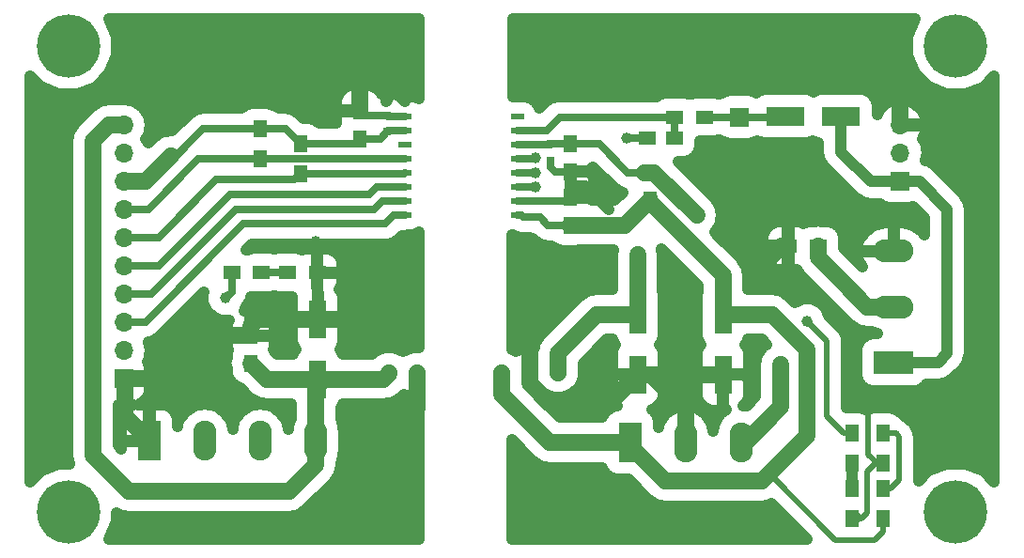
<source format=gtl>
G04 #@! TF.FileFunction,Copper,L1,Top,Signal*
%FSLAX46Y46*%
G04 Gerber Fmt 4.6, Leading zero omitted, Abs format (unit mm)*
G04 Created by KiCad (PCBNEW 4.0.6) date 2017 August 05, Saturday 23:38:27*
%MOMM*%
%LPD*%
G01*
G04 APERTURE LIST*
%ADD10C,0.100000*%
%ADD11R,1.700000X1.700000*%
%ADD12O,1.700000X1.700000*%
%ADD13R,3.600000X2.100000*%
%ADD14O,3.600000X2.100000*%
%ADD15R,1.250000X1.500000*%
%ADD16R,1.500000X1.250000*%
%ADD17R,1.500000X1.300000*%
%ADD18R,3.500000X1.800000*%
%ADD19R,2.100000X3.600000*%
%ADD20O,2.100000X3.600000*%
%ADD21R,1.300000X1.500000*%
%ADD22R,1.143000X0.508000*%
%ADD23R,1.600000X3.500000*%
%ADD24C,1.524000*%
%ADD25C,5.700000*%
%ADD26R,0.750000X0.800000*%
%ADD27C,1.000000*%
%ADD28C,0.700000*%
%ADD29C,1.500000*%
%ADD30C,1.000000*%
%ADD31C,0.500000*%
G04 APERTURE END LIST*
D10*
D11*
X175000000Y-122200000D03*
D12*
X175000000Y-119660000D03*
X175000000Y-117120000D03*
D13*
X174400000Y-138500000D03*
D14*
X174400000Y-133500000D03*
X174400000Y-128500000D03*
D15*
X126300000Y-118350000D03*
X126300000Y-115850000D03*
D16*
X154650000Y-118300000D03*
X152150000Y-118300000D03*
D15*
X152400000Y-121432000D03*
X152400000Y-123932000D03*
X145224500Y-118828500D03*
X145224500Y-121328500D03*
X145224500Y-123654500D03*
X145224500Y-126154500D03*
D17*
X122444500Y-130429000D03*
X119744500Y-130429000D03*
D18*
X169632000Y-116332000D03*
X164632000Y-116332000D03*
D11*
X105000000Y-140000000D03*
D12*
X105000000Y-137460000D03*
X105000000Y-134920000D03*
X105000000Y-132380000D03*
X105000000Y-129840000D03*
X105000000Y-127300000D03*
X105000000Y-124760000D03*
X105000000Y-122220000D03*
X105000000Y-119680000D03*
X105000000Y-117140000D03*
D19*
X107315000Y-145605500D03*
D20*
X112315000Y-145605500D03*
X117315000Y-145605500D03*
X122315000Y-145605500D03*
D19*
X150622000Y-145732500D03*
D20*
X155622000Y-145732500D03*
X160622000Y-145732500D03*
D21*
X117284500Y-117458500D03*
X117284500Y-120158500D03*
D17*
X114728000Y-130429000D03*
X117428000Y-130429000D03*
D21*
X120904000Y-118792000D03*
X120904000Y-121492000D03*
D17*
X157350000Y-116400000D03*
X154650000Y-116400000D03*
X164893000Y-128016000D03*
X167593000Y-128016000D03*
D21*
X170650000Y-144900000D03*
X170650000Y-147600000D03*
X173400000Y-147600000D03*
X173400000Y-144900000D03*
D11*
X160500000Y-116400000D03*
D22*
X130302000Y-116332000D03*
X130302000Y-117602000D03*
X130302000Y-118872000D03*
X130302000Y-120142000D03*
X130302000Y-121412000D03*
X130302000Y-122682000D03*
X130302000Y-123952000D03*
X130302000Y-125222000D03*
X140462000Y-125222000D03*
X140462000Y-123952000D03*
X140462000Y-122682000D03*
X140462000Y-121412000D03*
X140462000Y-120142000D03*
X140462000Y-118872000D03*
X140462000Y-117602000D03*
X140462000Y-116332000D03*
D23*
X122491500Y-140050500D03*
X122491500Y-134650500D03*
D15*
X116459000Y-138600500D03*
X116459000Y-136100500D03*
D23*
X151320500Y-134206000D03*
X151320500Y-139606000D03*
X159004000Y-139606000D03*
X159004000Y-134206000D03*
D21*
X170650000Y-152600000D03*
X170650000Y-149900000D03*
X173400000Y-152600000D03*
X173400000Y-149900000D03*
D24*
X128905000Y-139446000D03*
X131445000Y-139446000D03*
X139065000Y-139446000D03*
X141605000Y-139446000D03*
X144145000Y-139446000D03*
D25*
X100000000Y-110000000D03*
X100000000Y-152000000D03*
X180000000Y-110000000D03*
X180000000Y-152000000D03*
D26*
X128700000Y-117750000D03*
X128700000Y-116250000D03*
X143500000Y-118850000D03*
X143500000Y-120350000D03*
X142400000Y-123950000D03*
X142400000Y-125450000D03*
D27*
X109220000Y-119888000D03*
X114173000Y-132715000D03*
X129400000Y-131300000D03*
X129400000Y-134800000D03*
X128800000Y-145300000D03*
X128800000Y-147700000D03*
X126300000Y-113300000D03*
X122300000Y-127600000D03*
X122400000Y-116300000D03*
X169700000Y-131200000D03*
X142100000Y-122700000D03*
X151300000Y-128800000D03*
X166600000Y-134800000D03*
X156654500Y-125285500D03*
X164211000Y-138684000D03*
X148600000Y-112800000D03*
X175000000Y-113800000D03*
X178900000Y-117100000D03*
X150300000Y-114300000D03*
X151900000Y-112700000D03*
X156500000Y-141800000D03*
X154700000Y-141800000D03*
X150300000Y-118300000D03*
X172100000Y-142200000D03*
X142900000Y-152000000D03*
X143000000Y-134100000D03*
X148700000Y-124700000D03*
X162915600Y-129387600D03*
X141668500Y-135763000D03*
X142100000Y-120100000D03*
X142100000Y-121400000D03*
D28*
X126300000Y-118350000D02*
X128100000Y-118350000D01*
X128100000Y-118350000D02*
X128700000Y-117750000D01*
X120904000Y-118792000D02*
X125858000Y-118792000D01*
X125858000Y-118792000D02*
X126300000Y-118350000D01*
X130302000Y-117602000D02*
X128848000Y-117602000D01*
X128848000Y-117602000D02*
X128700000Y-117750000D01*
X114728000Y-130429000D02*
X114728000Y-132160000D01*
X114728000Y-132160000D02*
X114173000Y-132715000D01*
D29*
X105092500Y-122174000D02*
X106934000Y-122174000D01*
X106934000Y-122174000D02*
X109220000Y-119888000D01*
D28*
X105092500Y-122174000D02*
X107442000Y-122174000D01*
X112157500Y-117458500D02*
X117284500Y-117458500D01*
X107442000Y-122174000D02*
X112157500Y-117458500D01*
X117284500Y-117458500D02*
X119570500Y-117458500D01*
X119570500Y-117458500D02*
X120904000Y-118792000D01*
D29*
X129400000Y-134800000D02*
X129400000Y-131300000D01*
X129316500Y-134716500D02*
X129316500Y-134650500D01*
X129400000Y-134800000D02*
X129316500Y-134716500D01*
X131445000Y-139446000D02*
X131445000Y-142655000D01*
X131445000Y-142655000D02*
X128800000Y-145300000D01*
X128800000Y-150400000D02*
X128800000Y-147700000D01*
X126300000Y-113300000D02*
X126300000Y-115850000D01*
D28*
X126300000Y-115850000D02*
X122850000Y-115850000D01*
X122444500Y-127744500D02*
X122444500Y-130429000D01*
X122300000Y-127600000D02*
X122444500Y-127744500D01*
X122850000Y-115850000D02*
X122400000Y-116300000D01*
X128700000Y-116250000D02*
X126700000Y-116250000D01*
X126700000Y-116250000D02*
X126300000Y-115850000D01*
X130302000Y-116332000D02*
X128782000Y-116332000D01*
X128782000Y-116332000D02*
X128700000Y-116250000D01*
X122444500Y-130429000D02*
X122444500Y-134603500D01*
X122444500Y-134603500D02*
X122491500Y-134650500D01*
D29*
X116459000Y-136100500D02*
X110914500Y-136100500D01*
X107061000Y-139954000D02*
X105092500Y-139954000D01*
X110914500Y-136100500D02*
X107061000Y-139954000D01*
X122491500Y-134650500D02*
X129316500Y-134650500D01*
X116459000Y-136100500D02*
X116459000Y-135255000D01*
X117063500Y-134650500D02*
X122491500Y-134650500D01*
X116459000Y-135255000D02*
X117063500Y-134650500D01*
X105092500Y-139954000D02*
X105092500Y-143383000D01*
X105092500Y-143383000D02*
X107315000Y-145605500D01*
X102235000Y-142049500D02*
X102235000Y-146939000D01*
X103695500Y-117094000D02*
X102235000Y-118554500D01*
X102235000Y-118554500D02*
X102235000Y-142049500D01*
X105092500Y-117094000D02*
X103695500Y-117094000D01*
X122315000Y-147750500D02*
X122315000Y-145605500D01*
X119888000Y-150177500D02*
X122315000Y-147750500D01*
X105473500Y-150177500D02*
X119888000Y-150177500D01*
X102235000Y-146939000D02*
X105473500Y-150177500D01*
X122315000Y-145605500D02*
X122315000Y-140227000D01*
X122315000Y-140227000D02*
X122491500Y-140050500D01*
X122491500Y-140050500D02*
X117909000Y-140050500D01*
X117909000Y-140050500D02*
X116459000Y-138600500D01*
X128905000Y-139446000D02*
X128905000Y-139573000D01*
X128905000Y-139573000D02*
X128427500Y-140050500D01*
X128427500Y-140050500D02*
X122491500Y-140050500D01*
D30*
X116459000Y-138600500D02*
X116459000Y-138747500D01*
X122315000Y-140227000D02*
X122491500Y-140050500D01*
X122966500Y-140525500D02*
X122491500Y-140050500D01*
D28*
X119744500Y-130429000D02*
X117428000Y-130429000D01*
D30*
X175000000Y-122200000D02*
X176700000Y-122200000D01*
X178400000Y-138500000D02*
X174400000Y-138500000D01*
X179200000Y-137700000D02*
X178400000Y-138500000D01*
X179200000Y-124700000D02*
X179200000Y-137700000D01*
X176700000Y-122200000D02*
X179200000Y-124700000D01*
X175000000Y-122200000D02*
X172300000Y-122200000D01*
X169632000Y-119532000D02*
X169632000Y-116332000D01*
X172300000Y-122200000D02*
X169632000Y-119532000D01*
D28*
X160500000Y-116400000D02*
X164564000Y-116400000D01*
X164564000Y-116400000D02*
X164632000Y-116332000D01*
X157350000Y-116400000D02*
X160500000Y-116400000D01*
D30*
X170627500Y-149802500D02*
X170627500Y-147422500D01*
D31*
X173400000Y-149900000D02*
X174100000Y-149900000D01*
X174600000Y-144900000D02*
X173400000Y-144900000D01*
X174900000Y-145200000D02*
X174600000Y-144900000D01*
X174900000Y-149100000D02*
X174900000Y-145200000D01*
X174100000Y-149900000D02*
X174900000Y-149100000D01*
D28*
X130302000Y-123952000D02*
X128333500Y-123952000D01*
X107505500Y-132334000D02*
X105092500Y-132334000D01*
X115062000Y-124777500D02*
X107505500Y-132334000D01*
X127508000Y-124777500D02*
X115062000Y-124777500D01*
X128333500Y-123952000D02*
X127508000Y-124777500D01*
X105092500Y-129794000D02*
X108140500Y-129794000D01*
X127825500Y-122682000D02*
X130302000Y-122682000D01*
X127127000Y-123380500D02*
X127825500Y-122682000D01*
X114554000Y-123380500D02*
X127127000Y-123380500D01*
X108140500Y-129794000D02*
X114554000Y-123380500D01*
X105092500Y-127254000D02*
X108140500Y-127254000D01*
X113347500Y-122047000D02*
X120349000Y-122047000D01*
X108140500Y-127254000D02*
X113347500Y-122047000D01*
X120349000Y-122047000D02*
X120904000Y-121492000D01*
X120904000Y-121492000D02*
X130222000Y-121492000D01*
X130222000Y-121492000D02*
X130302000Y-121412000D01*
X105092500Y-124714000D02*
X107188000Y-124714000D01*
X111743500Y-120158500D02*
X117284500Y-120158500D01*
X107188000Y-124714000D02*
X111743500Y-120158500D01*
X117284500Y-120158500D02*
X130285500Y-120158500D01*
X130285500Y-120158500D02*
X130302000Y-120142000D01*
D29*
X167593000Y-128016000D02*
X167593000Y-129093000D01*
X167593000Y-129093000D02*
X169700000Y-131200000D01*
X174400000Y-133500000D02*
X172000000Y-133500000D01*
X172000000Y-133500000D02*
X169700000Y-131200000D01*
D28*
X140462000Y-122682000D02*
X142082000Y-122682000D01*
X142082000Y-122682000D02*
X142100000Y-122700000D01*
D29*
X151320500Y-134206000D02*
X151320500Y-128820500D01*
X151320500Y-128820500D02*
X151300000Y-128800000D01*
D28*
X145224500Y-118828500D02*
X147828500Y-118828500D01*
X150432000Y-121432000D02*
X152400000Y-121432000D01*
X147828500Y-118828500D02*
X150432000Y-121432000D01*
D31*
X170650000Y-144900000D02*
X169900000Y-144900000D01*
X168400000Y-136600000D02*
X166600000Y-134800000D01*
X168400000Y-143400000D02*
X168400000Y-136600000D01*
X169900000Y-144900000D02*
X168400000Y-143400000D01*
D28*
X143500000Y-118850000D02*
X145203000Y-118850000D01*
X145203000Y-118850000D02*
X145224500Y-118828500D01*
X140462000Y-118872000D02*
X143478000Y-118872000D01*
X143478000Y-118872000D02*
X143500000Y-118850000D01*
D29*
X152400000Y-121432000D02*
X152801000Y-121432000D01*
X152801000Y-121432000D02*
X156654500Y-125285500D01*
X151912000Y-121432000D02*
X152400000Y-121432000D01*
D28*
X145181000Y-118872000D02*
X145224500Y-118828500D01*
D29*
X160622000Y-145732500D02*
X161036000Y-145732500D01*
X161036000Y-145732500D02*
X164211000Y-142557500D01*
X164211000Y-142557500D02*
X164211000Y-138684000D01*
X151320500Y-133032500D02*
X151320500Y-134206000D01*
X144145000Y-139446000D02*
X144145000Y-137668000D01*
X147607000Y-134206000D02*
X151320500Y-134206000D01*
X144145000Y-137668000D02*
X147607000Y-134206000D01*
X175000000Y-117120000D02*
X175000000Y-113800000D01*
X178900000Y-117120000D02*
X179120000Y-117120000D01*
X178900000Y-117100000D02*
X178900000Y-117120000D01*
X151900000Y-112700000D02*
X150300000Y-114300000D01*
X154700000Y-141800000D02*
X154727000Y-141773000D01*
X154727000Y-141773000D02*
X154700000Y-141800000D01*
X154700000Y-141800000D02*
X154700000Y-141746000D01*
D28*
X152150000Y-118300000D02*
X150300000Y-118300000D01*
D31*
X172100000Y-146800000D02*
X172100000Y-142200000D01*
X172100000Y-146800000D02*
X172900000Y-147600000D01*
D29*
X179700000Y-142200000D02*
X172100000Y-142200000D01*
X181700000Y-140200000D02*
X179700000Y-142200000D01*
X181700000Y-119700000D02*
X181700000Y-140200000D01*
X179120000Y-117120000D02*
X181700000Y-119700000D01*
D31*
X173400000Y-147600000D02*
X172900000Y-147600000D01*
X173400000Y-147600000D02*
X172800000Y-147600000D01*
D30*
X145224500Y-122600000D02*
X146600000Y-122600000D01*
X146600000Y-122600000D02*
X148700000Y-124700000D01*
X145224500Y-123654500D02*
X145224500Y-122600000D01*
X145224500Y-122600000D02*
X145224500Y-121328500D01*
D28*
X142400000Y-123950000D02*
X144929000Y-123950000D01*
X144929000Y-123950000D02*
X145224500Y-123654500D01*
X143500000Y-120350000D02*
X143500000Y-120900000D01*
X143500000Y-120900000D02*
X143928500Y-121328500D01*
X143928500Y-121328500D02*
X145224500Y-121328500D01*
X140462000Y-123952000D02*
X142398000Y-123952000D01*
X142398000Y-123952000D02*
X142400000Y-123950000D01*
D31*
X164287200Y-128016000D02*
X164893000Y-128016000D01*
X170650000Y-152600000D02*
X171500000Y-152600000D01*
X171500000Y-152600000D02*
X172000000Y-152100000D01*
X172000000Y-152100000D02*
X172000000Y-148400000D01*
X172000000Y-148400000D02*
X172800000Y-147600000D01*
D29*
X164893000Y-128016000D02*
X164287200Y-128016000D01*
X164287200Y-128016000D02*
X162915600Y-129387600D01*
X141605000Y-139446000D02*
X141605000Y-135826500D01*
X141605000Y-135826500D02*
X141668500Y-135763000D01*
D30*
X170627500Y-152502500D02*
X170992000Y-152502500D01*
D29*
X151320500Y-139606000D02*
X152560000Y-139606000D01*
X155622000Y-142668000D02*
X155622000Y-145732500D01*
X152560000Y-139606000D02*
X154700000Y-141746000D01*
X154700000Y-141746000D02*
X155622000Y-142668000D01*
X151320500Y-139606000D02*
X159004000Y-139606000D01*
X141605000Y-139446000D02*
X141605000Y-140398500D01*
X141605000Y-140398500D02*
X143573500Y-142367000D01*
X143573500Y-142367000D02*
X148559500Y-142367000D01*
X148559500Y-142367000D02*
X151320500Y-139606000D01*
D28*
X144927000Y-123952000D02*
X145224500Y-123654500D01*
D31*
X173400000Y-152600000D02*
X173400000Y-153800000D01*
X169100000Y-154500000D02*
X163160750Y-148560750D01*
X172700000Y-154500000D02*
X169100000Y-154500000D01*
X173400000Y-153800000D02*
X172700000Y-154500000D01*
D28*
X142400000Y-125450000D02*
X142550000Y-125450000D01*
X142550000Y-125450000D02*
X143254500Y-126154500D01*
X143254500Y-126154500D02*
X145224500Y-126154500D01*
X140462000Y-125222000D02*
X140822000Y-125222000D01*
X140822000Y-125222000D02*
X141050000Y-125450000D01*
X141050000Y-125450000D02*
X142400000Y-125450000D01*
D29*
X152400000Y-123932000D02*
X152400000Y-124079000D01*
X152400000Y-124079000D02*
X159004000Y-130683000D01*
X159004000Y-130683000D02*
X159004000Y-134206000D01*
X147447000Y-126154500D02*
X150177500Y-126154500D01*
X150177500Y-126154500D02*
X152400000Y-123932000D01*
X150622000Y-145732500D02*
X150622000Y-146050000D01*
X150622000Y-146050000D02*
X153797000Y-149225000D01*
X163416000Y-134206000D02*
X159004000Y-134206000D01*
X166560500Y-137350500D02*
X163416000Y-134206000D01*
X166560500Y-145161000D02*
X166560500Y-137350500D01*
X162496500Y-149225000D02*
X163160750Y-148560750D01*
X163160750Y-148560750D02*
X166560500Y-145161000D01*
X153797000Y-149225000D02*
X162496500Y-149225000D01*
X139065000Y-139446000D02*
X139065000Y-141414500D01*
X143383000Y-145732500D02*
X150622000Y-145732500D01*
X139065000Y-141414500D02*
X143383000Y-145732500D01*
X145224500Y-126154500D02*
X147447000Y-126154500D01*
D28*
X105092500Y-134874000D02*
X106934000Y-134874000D01*
X129349500Y-125222000D02*
X130302000Y-125222000D01*
X128524000Y-126047500D02*
X129349500Y-125222000D01*
X115760500Y-126047500D02*
X128524000Y-126047500D01*
X106934000Y-134874000D02*
X115760500Y-126047500D01*
X140462000Y-120142000D02*
X142058000Y-120142000D01*
X142058000Y-120142000D02*
X142100000Y-120100000D01*
X140462000Y-121412000D02*
X142088000Y-121412000D01*
X142088000Y-121412000D02*
X142100000Y-121400000D01*
X154650000Y-118300000D02*
X154650000Y-116400000D01*
X140462000Y-117602000D02*
X143098000Y-117602000D01*
X144300000Y-116400000D02*
X154650000Y-116400000D01*
X143098000Y-117602000D02*
X144300000Y-116400000D01*
D30*
G36*
X141792010Y-147323490D02*
X142521962Y-147811229D01*
X143383000Y-147982500D01*
X148127287Y-147982500D01*
X148147207Y-148088367D01*
X148475724Y-148598896D01*
X148976983Y-148941392D01*
X149572000Y-149061886D01*
X150451906Y-149061886D01*
X152206010Y-150815990D01*
X152935962Y-151303729D01*
X153797000Y-151475000D01*
X162496500Y-151475000D01*
X163357538Y-151303729D01*
X163400289Y-151275163D01*
X166575126Y-154450000D01*
X139956010Y-154450000D01*
X139979988Y-145511468D01*
X141792010Y-147323490D01*
X141792010Y-147323490D01*
G37*
X141792010Y-147323490D02*
X142521962Y-147811229D01*
X143383000Y-147982500D01*
X148127287Y-147982500D01*
X148147207Y-148088367D01*
X148475724Y-148598896D01*
X148976983Y-148941392D01*
X149572000Y-149061886D01*
X150451906Y-149061886D01*
X152206010Y-150815990D01*
X152935962Y-151303729D01*
X153797000Y-151475000D01*
X162496500Y-151475000D01*
X163357538Y-151303729D01*
X163400289Y-151275163D01*
X166575126Y-154450000D01*
X139956010Y-154450000D01*
X139979988Y-145511468D01*
X141792010Y-147323490D01*
G36*
X170700000Y-152550000D02*
X170720000Y-152550000D01*
X170720000Y-152650000D01*
X170700000Y-152650000D01*
X170700000Y-152670000D01*
X170600000Y-152670000D01*
X170600000Y-152650000D01*
X170580000Y-152650000D01*
X170580000Y-152550000D01*
X170600000Y-152550000D01*
X170600000Y-152530000D01*
X170700000Y-152530000D01*
X170700000Y-152550000D01*
X170700000Y-152550000D01*
G37*
X170700000Y-152550000D02*
X170720000Y-152550000D01*
X170720000Y-152650000D01*
X170700000Y-152650000D01*
X170700000Y-152670000D01*
X170600000Y-152670000D01*
X170600000Y-152650000D01*
X170580000Y-152650000D01*
X170580000Y-152550000D01*
X170600000Y-152550000D01*
X170600000Y-152530000D01*
X170700000Y-152530000D01*
X170700000Y-152550000D01*
G36*
X175650756Y-109130935D02*
X175649246Y-110861472D01*
X176310099Y-112460858D01*
X177532705Y-113685601D01*
X179130935Y-114349244D01*
X180861472Y-114350754D01*
X182460858Y-113689901D01*
X183450000Y-112702485D01*
X183450000Y-149298822D01*
X182467295Y-148314399D01*
X180869065Y-147650756D01*
X179138528Y-147649246D01*
X177539142Y-148310099D01*
X176625754Y-149221893D01*
X176650000Y-149100000D01*
X176650000Y-145200000D01*
X176516789Y-144530304D01*
X176137437Y-143962563D01*
X175837437Y-143662563D01*
X175278509Y-143289100D01*
X175146276Y-143083604D01*
X174645017Y-142741108D01*
X174050000Y-142620614D01*
X172750000Y-142620614D01*
X172194133Y-142725207D01*
X172028105Y-142832043D01*
X171895017Y-142741108D01*
X171300000Y-142620614D01*
X170150000Y-142620614D01*
X170150000Y-136600000D01*
X170016789Y-135930304D01*
X169637437Y-135362563D01*
X168545108Y-134270234D01*
X168296506Y-133668571D01*
X167734388Y-133105471D01*
X166999570Y-132800348D01*
X166203921Y-132799654D01*
X165487608Y-133095628D01*
X165006990Y-132615010D01*
X164277038Y-132127271D01*
X163416000Y-131956000D01*
X161254000Y-131956000D01*
X161254000Y-130683000D01*
X161082729Y-129821962D01*
X160940439Y-129609010D01*
X160594990Y-129092009D01*
X159943981Y-128441000D01*
X162643000Y-128441000D01*
X162643000Y-128964368D01*
X162871361Y-129515681D01*
X163293318Y-129937638D01*
X163844631Y-130166000D01*
X164468000Y-130166000D01*
X164843000Y-129791000D01*
X164843000Y-128066000D01*
X163018000Y-128066000D01*
X162643000Y-128441000D01*
X159943981Y-128441000D01*
X158570613Y-127067632D01*
X162643000Y-127067632D01*
X162643000Y-127591000D01*
X163018000Y-127966000D01*
X164843000Y-127966000D01*
X164843000Y-126241000D01*
X164468000Y-125866000D01*
X163844631Y-125866000D01*
X163293318Y-126094362D01*
X162871361Y-126516319D01*
X162643000Y-127067632D01*
X158570613Y-127067632D01*
X158299155Y-126796175D01*
X158733229Y-126146538D01*
X158904500Y-125285500D01*
X158733229Y-124424462D01*
X158245490Y-123694510D01*
X155005366Y-120454386D01*
X155400000Y-120454386D01*
X155955867Y-120349793D01*
X156466396Y-120021276D01*
X156808892Y-119520017D01*
X156929386Y-118925000D01*
X156929386Y-118579386D01*
X158100000Y-118579386D01*
X158655867Y-118474793D01*
X158722651Y-118431819D01*
X159054983Y-118658892D01*
X159650000Y-118779386D01*
X161350000Y-118779386D01*
X161905867Y-118674793D01*
X162127691Y-118532053D01*
X162286983Y-118640892D01*
X162882000Y-118761386D01*
X166382000Y-118761386D01*
X166937867Y-118656793D01*
X167129645Y-118533387D01*
X167286983Y-118640892D01*
X167632000Y-118710760D01*
X167632000Y-119531995D01*
X167631999Y-119532000D01*
X167784241Y-120297367D01*
X168217786Y-120946214D01*
X170885784Y-123614211D01*
X170885786Y-123614214D01*
X171466150Y-124002000D01*
X171534633Y-124047759D01*
X172300000Y-124200001D01*
X172300005Y-124200000D01*
X173176082Y-124200000D01*
X173554983Y-124458892D01*
X174150000Y-124579386D01*
X175850000Y-124579386D01*
X176187461Y-124515889D01*
X177200000Y-125528427D01*
X177200000Y-127062642D01*
X176988478Y-126732233D01*
X176172037Y-126163241D01*
X175200000Y-125950000D01*
X174450000Y-125950000D01*
X174450000Y-128450000D01*
X174470000Y-128450000D01*
X174470000Y-128550000D01*
X174450000Y-128550000D01*
X174450000Y-128570000D01*
X174350000Y-128570000D01*
X174350000Y-128550000D01*
X171475575Y-128550000D01*
X171139700Y-128948216D01*
X171274973Y-129429649D01*
X171565593Y-129883613D01*
X169872386Y-128190406D01*
X169872386Y-128051784D01*
X171139700Y-128051784D01*
X171475575Y-128450000D01*
X174350000Y-128450000D01*
X174350000Y-125950000D01*
X173600000Y-125950000D01*
X172627963Y-126163241D01*
X171811522Y-126732233D01*
X171274973Y-127570351D01*
X171139700Y-128051784D01*
X169872386Y-128051784D01*
X169872386Y-127366000D01*
X169767793Y-126810133D01*
X169439276Y-126299604D01*
X168938017Y-125957108D01*
X168343000Y-125836614D01*
X167948001Y-125836614D01*
X167593000Y-125766000D01*
X167237999Y-125836614D01*
X166843000Y-125836614D01*
X166287133Y-125941207D01*
X166222830Y-125982585D01*
X165941369Y-125866000D01*
X165318000Y-125866000D01*
X164943000Y-126241000D01*
X164943000Y-127966000D01*
X164963000Y-127966000D01*
X164963000Y-128066000D01*
X164943000Y-128066000D01*
X164943000Y-129791000D01*
X165318000Y-130166000D01*
X165655900Y-130166000D01*
X166002010Y-130683990D01*
X170409010Y-135090990D01*
X171138962Y-135578729D01*
X172000000Y-135750000D01*
X172451026Y-135750000D01*
X172609506Y-135855893D01*
X172934881Y-135920614D01*
X172600000Y-135920614D01*
X172044133Y-136025207D01*
X171533604Y-136353724D01*
X171191108Y-136854983D01*
X171070614Y-137450000D01*
X171070614Y-139550000D01*
X171175207Y-140105867D01*
X171503724Y-140616396D01*
X172004983Y-140958892D01*
X172600000Y-141079386D01*
X176200000Y-141079386D01*
X176755867Y-140974793D01*
X177266396Y-140646276D01*
X177366342Y-140500000D01*
X178399995Y-140500000D01*
X178400000Y-140500001D01*
X179165367Y-140347759D01*
X179814214Y-139914214D01*
X180614211Y-139114216D01*
X180614214Y-139114214D01*
X181047759Y-138465367D01*
X181083750Y-138284430D01*
X181200001Y-137700000D01*
X181200000Y-137699995D01*
X181200000Y-124700005D01*
X181200001Y-124700000D01*
X181047759Y-123934633D01*
X181005725Y-123871724D01*
X180614214Y-123285786D01*
X180614211Y-123285784D01*
X178114214Y-120785786D01*
X177465367Y-120352241D01*
X177266223Y-120312629D01*
X177396039Y-119660000D01*
X177217156Y-118760694D01*
X176964258Y-118382205D01*
X177296226Y-117619855D01*
X177312720Y-117536922D01*
X176974367Y-117170000D01*
X175050000Y-117170000D01*
X175050000Y-117190000D01*
X174950000Y-117190000D01*
X174950000Y-117170000D01*
X174930000Y-117170000D01*
X174930000Y-117070000D01*
X174950000Y-117070000D01*
X174950000Y-115145530D01*
X175050000Y-115145530D01*
X175050000Y-117070000D01*
X176974367Y-117070000D01*
X177312720Y-116703078D01*
X177296226Y-116620145D01*
X176930150Y-115779467D01*
X176270226Y-115142873D01*
X175416922Y-114807278D01*
X175050000Y-115145530D01*
X174950000Y-115145530D01*
X174583078Y-114807278D01*
X173729774Y-115142873D01*
X173069850Y-115779467D01*
X172911386Y-116143373D01*
X172911386Y-115432000D01*
X172806793Y-114876133D01*
X172478276Y-114365604D01*
X171977017Y-114023108D01*
X171382000Y-113902614D01*
X167882000Y-113902614D01*
X167326133Y-114007207D01*
X167134355Y-114130613D01*
X166977017Y-114023108D01*
X166382000Y-113902614D01*
X162882000Y-113902614D01*
X162326133Y-114007207D01*
X162028937Y-114198448D01*
X161945017Y-114141108D01*
X161350000Y-114020614D01*
X159650000Y-114020614D01*
X159094133Y-114125207D01*
X158725862Y-114362183D01*
X158695017Y-114341108D01*
X158100000Y-114220614D01*
X156600000Y-114220614D01*
X156044133Y-114325207D01*
X156006854Y-114349196D01*
X155995017Y-114341108D01*
X155400000Y-114220614D01*
X153900000Y-114220614D01*
X153344133Y-114325207D01*
X152994795Y-114550000D01*
X144300005Y-114550000D01*
X144300000Y-114549999D01*
X143628328Y-114683604D01*
X143592036Y-114690823D01*
X142991852Y-115091852D01*
X142991850Y-115091855D01*
X142474649Y-115609056D01*
X142458293Y-115522133D01*
X142129776Y-115011604D01*
X141628517Y-114669108D01*
X141033500Y-114548614D01*
X140063046Y-114548614D01*
X140081820Y-107550000D01*
X176307217Y-107550000D01*
X175650756Y-109130935D01*
X175650756Y-109130935D01*
G37*
X175650756Y-109130935D02*
X175649246Y-110861472D01*
X176310099Y-112460858D01*
X177532705Y-113685601D01*
X179130935Y-114349244D01*
X180861472Y-114350754D01*
X182460858Y-113689901D01*
X183450000Y-112702485D01*
X183450000Y-149298822D01*
X182467295Y-148314399D01*
X180869065Y-147650756D01*
X179138528Y-147649246D01*
X177539142Y-148310099D01*
X176625754Y-149221893D01*
X176650000Y-149100000D01*
X176650000Y-145200000D01*
X176516789Y-144530304D01*
X176137437Y-143962563D01*
X175837437Y-143662563D01*
X175278509Y-143289100D01*
X175146276Y-143083604D01*
X174645017Y-142741108D01*
X174050000Y-142620614D01*
X172750000Y-142620614D01*
X172194133Y-142725207D01*
X172028105Y-142832043D01*
X171895017Y-142741108D01*
X171300000Y-142620614D01*
X170150000Y-142620614D01*
X170150000Y-136600000D01*
X170016789Y-135930304D01*
X169637437Y-135362563D01*
X168545108Y-134270234D01*
X168296506Y-133668571D01*
X167734388Y-133105471D01*
X166999570Y-132800348D01*
X166203921Y-132799654D01*
X165487608Y-133095628D01*
X165006990Y-132615010D01*
X164277038Y-132127271D01*
X163416000Y-131956000D01*
X161254000Y-131956000D01*
X161254000Y-130683000D01*
X161082729Y-129821962D01*
X160940439Y-129609010D01*
X160594990Y-129092009D01*
X159943981Y-128441000D01*
X162643000Y-128441000D01*
X162643000Y-128964368D01*
X162871361Y-129515681D01*
X163293318Y-129937638D01*
X163844631Y-130166000D01*
X164468000Y-130166000D01*
X164843000Y-129791000D01*
X164843000Y-128066000D01*
X163018000Y-128066000D01*
X162643000Y-128441000D01*
X159943981Y-128441000D01*
X158570613Y-127067632D01*
X162643000Y-127067632D01*
X162643000Y-127591000D01*
X163018000Y-127966000D01*
X164843000Y-127966000D01*
X164843000Y-126241000D01*
X164468000Y-125866000D01*
X163844631Y-125866000D01*
X163293318Y-126094362D01*
X162871361Y-126516319D01*
X162643000Y-127067632D01*
X158570613Y-127067632D01*
X158299155Y-126796175D01*
X158733229Y-126146538D01*
X158904500Y-125285500D01*
X158733229Y-124424462D01*
X158245490Y-123694510D01*
X155005366Y-120454386D01*
X155400000Y-120454386D01*
X155955867Y-120349793D01*
X156466396Y-120021276D01*
X156808892Y-119520017D01*
X156929386Y-118925000D01*
X156929386Y-118579386D01*
X158100000Y-118579386D01*
X158655867Y-118474793D01*
X158722651Y-118431819D01*
X159054983Y-118658892D01*
X159650000Y-118779386D01*
X161350000Y-118779386D01*
X161905867Y-118674793D01*
X162127691Y-118532053D01*
X162286983Y-118640892D01*
X162882000Y-118761386D01*
X166382000Y-118761386D01*
X166937867Y-118656793D01*
X167129645Y-118533387D01*
X167286983Y-118640892D01*
X167632000Y-118710760D01*
X167632000Y-119531995D01*
X167631999Y-119532000D01*
X167784241Y-120297367D01*
X168217786Y-120946214D01*
X170885784Y-123614211D01*
X170885786Y-123614214D01*
X171466150Y-124002000D01*
X171534633Y-124047759D01*
X172300000Y-124200001D01*
X172300005Y-124200000D01*
X173176082Y-124200000D01*
X173554983Y-124458892D01*
X174150000Y-124579386D01*
X175850000Y-124579386D01*
X176187461Y-124515889D01*
X177200000Y-125528427D01*
X177200000Y-127062642D01*
X176988478Y-126732233D01*
X176172037Y-126163241D01*
X175200000Y-125950000D01*
X174450000Y-125950000D01*
X174450000Y-128450000D01*
X174470000Y-128450000D01*
X174470000Y-128550000D01*
X174450000Y-128550000D01*
X174450000Y-128570000D01*
X174350000Y-128570000D01*
X174350000Y-128550000D01*
X171475575Y-128550000D01*
X171139700Y-128948216D01*
X171274973Y-129429649D01*
X171565593Y-129883613D01*
X169872386Y-128190406D01*
X169872386Y-128051784D01*
X171139700Y-128051784D01*
X171475575Y-128450000D01*
X174350000Y-128450000D01*
X174350000Y-125950000D01*
X173600000Y-125950000D01*
X172627963Y-126163241D01*
X171811522Y-126732233D01*
X171274973Y-127570351D01*
X171139700Y-128051784D01*
X169872386Y-128051784D01*
X169872386Y-127366000D01*
X169767793Y-126810133D01*
X169439276Y-126299604D01*
X168938017Y-125957108D01*
X168343000Y-125836614D01*
X167948001Y-125836614D01*
X167593000Y-125766000D01*
X167237999Y-125836614D01*
X166843000Y-125836614D01*
X166287133Y-125941207D01*
X166222830Y-125982585D01*
X165941369Y-125866000D01*
X165318000Y-125866000D01*
X164943000Y-126241000D01*
X164943000Y-127966000D01*
X164963000Y-127966000D01*
X164963000Y-128066000D01*
X164943000Y-128066000D01*
X164943000Y-129791000D01*
X165318000Y-130166000D01*
X165655900Y-130166000D01*
X166002010Y-130683990D01*
X170409010Y-135090990D01*
X171138962Y-135578729D01*
X172000000Y-135750000D01*
X172451026Y-135750000D01*
X172609506Y-135855893D01*
X172934881Y-135920614D01*
X172600000Y-135920614D01*
X172044133Y-136025207D01*
X171533604Y-136353724D01*
X171191108Y-136854983D01*
X171070614Y-137450000D01*
X171070614Y-139550000D01*
X171175207Y-140105867D01*
X171503724Y-140616396D01*
X172004983Y-140958892D01*
X172600000Y-141079386D01*
X176200000Y-141079386D01*
X176755867Y-140974793D01*
X177266396Y-140646276D01*
X177366342Y-140500000D01*
X178399995Y-140500000D01*
X178400000Y-140500001D01*
X179165367Y-140347759D01*
X179814214Y-139914214D01*
X180614211Y-139114216D01*
X180614214Y-139114214D01*
X181047759Y-138465367D01*
X181083750Y-138284430D01*
X181200001Y-137700000D01*
X181200000Y-137699995D01*
X181200000Y-124700005D01*
X181200001Y-124700000D01*
X181047759Y-123934633D01*
X181005725Y-123871724D01*
X180614214Y-123285786D01*
X180614211Y-123285784D01*
X178114214Y-120785786D01*
X177465367Y-120352241D01*
X177266223Y-120312629D01*
X177396039Y-119660000D01*
X177217156Y-118760694D01*
X176964258Y-118382205D01*
X177296226Y-117619855D01*
X177312720Y-117536922D01*
X176974367Y-117170000D01*
X175050000Y-117170000D01*
X175050000Y-117190000D01*
X174950000Y-117190000D01*
X174950000Y-117170000D01*
X174930000Y-117170000D01*
X174930000Y-117070000D01*
X174950000Y-117070000D01*
X174950000Y-115145530D01*
X175050000Y-115145530D01*
X175050000Y-117070000D01*
X176974367Y-117070000D01*
X177312720Y-116703078D01*
X177296226Y-116620145D01*
X176930150Y-115779467D01*
X176270226Y-115142873D01*
X175416922Y-114807278D01*
X175050000Y-115145530D01*
X174950000Y-115145530D01*
X174583078Y-114807278D01*
X173729774Y-115142873D01*
X173069850Y-115779467D01*
X172911386Y-116143373D01*
X172911386Y-115432000D01*
X172806793Y-114876133D01*
X172478276Y-114365604D01*
X171977017Y-114023108D01*
X171382000Y-113902614D01*
X167882000Y-113902614D01*
X167326133Y-114007207D01*
X167134355Y-114130613D01*
X166977017Y-114023108D01*
X166382000Y-113902614D01*
X162882000Y-113902614D01*
X162326133Y-114007207D01*
X162028937Y-114198448D01*
X161945017Y-114141108D01*
X161350000Y-114020614D01*
X159650000Y-114020614D01*
X159094133Y-114125207D01*
X158725862Y-114362183D01*
X158695017Y-114341108D01*
X158100000Y-114220614D01*
X156600000Y-114220614D01*
X156044133Y-114325207D01*
X156006854Y-114349196D01*
X155995017Y-114341108D01*
X155400000Y-114220614D01*
X153900000Y-114220614D01*
X153344133Y-114325207D01*
X152994795Y-114550000D01*
X144300005Y-114550000D01*
X144300000Y-114549999D01*
X143628328Y-114683604D01*
X143592036Y-114690823D01*
X142991852Y-115091852D01*
X142991850Y-115091855D01*
X142474649Y-115609056D01*
X142458293Y-115522133D01*
X142129776Y-115011604D01*
X141628517Y-114669108D01*
X141033500Y-114548614D01*
X140063046Y-114548614D01*
X140081820Y-107550000D01*
X176307217Y-107550000D01*
X175650756Y-109130935D01*
G36*
X156754000Y-131614981D02*
X156754000Y-132063980D01*
X156674614Y-132456000D01*
X156674614Y-135956000D01*
X156779207Y-136511867D01*
X157032768Y-136905912D01*
X156932362Y-137006318D01*
X156704000Y-137557631D01*
X156704000Y-139181000D01*
X157079000Y-139556000D01*
X158954000Y-139556000D01*
X158954000Y-139536000D01*
X159054000Y-139536000D01*
X159054000Y-139556000D01*
X160929000Y-139556000D01*
X161304000Y-139181000D01*
X161304000Y-137557631D01*
X161075638Y-137006318D01*
X160972363Y-136903043D01*
X161212892Y-136551017D01*
X161232133Y-136456000D01*
X162484020Y-136456000D01*
X162920349Y-136892330D01*
X162620010Y-137093010D01*
X162132271Y-137822962D01*
X161961000Y-138684000D01*
X161961000Y-141625520D01*
X161119677Y-142466843D01*
X160865113Y-142416207D01*
X161075638Y-142205682D01*
X161304000Y-141654369D01*
X161304000Y-140031000D01*
X160929000Y-139656000D01*
X159054000Y-139656000D01*
X159054000Y-142481000D01*
X159339715Y-142766715D01*
X158818878Y-143114727D01*
X158266107Y-143942006D01*
X158118026Y-144686463D01*
X157958759Y-143960463D01*
X157389767Y-143144022D01*
X156551649Y-142607473D01*
X156070216Y-142472200D01*
X155672000Y-142808075D01*
X155672000Y-145682500D01*
X155692000Y-145682500D01*
X155692000Y-145782500D01*
X155672000Y-145782500D01*
X155672000Y-145802500D01*
X155572000Y-145802500D01*
X155572000Y-145782500D01*
X155552000Y-145782500D01*
X155552000Y-145682500D01*
X155572000Y-145682500D01*
X155572000Y-142808075D01*
X155173784Y-142472200D01*
X154692351Y-142607473D01*
X153854233Y-143144022D01*
X153285241Y-143960463D01*
X153201386Y-144342707D01*
X153201386Y-143932500D01*
X153096793Y-143376633D01*
X152768276Y-142866104D01*
X152627196Y-142769708D01*
X152970181Y-142627639D01*
X153392138Y-142205682D01*
X153620500Y-141654369D01*
X153620500Y-140031000D01*
X156704000Y-140031000D01*
X156704000Y-141654369D01*
X156932362Y-142205682D01*
X157354319Y-142627639D01*
X157905632Y-142856000D01*
X158579000Y-142856000D01*
X158954000Y-142481000D01*
X158954000Y-139656000D01*
X157079000Y-139656000D01*
X156704000Y-140031000D01*
X153620500Y-140031000D01*
X153245500Y-139656000D01*
X151370500Y-139656000D01*
X151370500Y-139676000D01*
X151270500Y-139676000D01*
X151270500Y-139656000D01*
X149395500Y-139656000D01*
X149020500Y-140031000D01*
X149020500Y-141654369D01*
X149248862Y-142205682D01*
X149466201Y-142423021D01*
X149016133Y-142507707D01*
X148505604Y-142836224D01*
X148163108Y-143337483D01*
X148133741Y-143482500D01*
X144314980Y-143482500D01*
X142397475Y-141564995D01*
X142852395Y-141385869D01*
X142877638Y-141369003D01*
X143693086Y-141707606D01*
X144592966Y-141708392D01*
X145424646Y-141364748D01*
X146061512Y-140728993D01*
X146406606Y-139897914D01*
X146407392Y-138998034D01*
X146395000Y-138968043D01*
X146395000Y-138599980D01*
X148538981Y-136456000D01*
X149085195Y-136456000D01*
X149095707Y-136511867D01*
X149349268Y-136905912D01*
X149248862Y-137006318D01*
X149020500Y-137557631D01*
X149020500Y-139181000D01*
X149395500Y-139556000D01*
X151270500Y-139556000D01*
X151270500Y-139536000D01*
X151370500Y-139536000D01*
X151370500Y-139556000D01*
X153245500Y-139556000D01*
X153620500Y-139181000D01*
X153620500Y-137557631D01*
X153392138Y-137006318D01*
X153288863Y-136903043D01*
X153529392Y-136551017D01*
X153649886Y-135956000D01*
X153649886Y-132456000D01*
X153570500Y-132034097D01*
X153570500Y-128820500D01*
X153473905Y-128334886D01*
X156754000Y-131614981D01*
X156754000Y-131614981D01*
G37*
X156754000Y-131614981D02*
X156754000Y-132063980D01*
X156674614Y-132456000D01*
X156674614Y-135956000D01*
X156779207Y-136511867D01*
X157032768Y-136905912D01*
X156932362Y-137006318D01*
X156704000Y-137557631D01*
X156704000Y-139181000D01*
X157079000Y-139556000D01*
X158954000Y-139556000D01*
X158954000Y-139536000D01*
X159054000Y-139536000D01*
X159054000Y-139556000D01*
X160929000Y-139556000D01*
X161304000Y-139181000D01*
X161304000Y-137557631D01*
X161075638Y-137006318D01*
X160972363Y-136903043D01*
X161212892Y-136551017D01*
X161232133Y-136456000D01*
X162484020Y-136456000D01*
X162920349Y-136892330D01*
X162620010Y-137093010D01*
X162132271Y-137822962D01*
X161961000Y-138684000D01*
X161961000Y-141625520D01*
X161119677Y-142466843D01*
X160865113Y-142416207D01*
X161075638Y-142205682D01*
X161304000Y-141654369D01*
X161304000Y-140031000D01*
X160929000Y-139656000D01*
X159054000Y-139656000D01*
X159054000Y-142481000D01*
X159339715Y-142766715D01*
X158818878Y-143114727D01*
X158266107Y-143942006D01*
X158118026Y-144686463D01*
X157958759Y-143960463D01*
X157389767Y-143144022D01*
X156551649Y-142607473D01*
X156070216Y-142472200D01*
X155672000Y-142808075D01*
X155672000Y-145682500D01*
X155692000Y-145682500D01*
X155692000Y-145782500D01*
X155672000Y-145782500D01*
X155672000Y-145802500D01*
X155572000Y-145802500D01*
X155572000Y-145782500D01*
X155552000Y-145782500D01*
X155552000Y-145682500D01*
X155572000Y-145682500D01*
X155572000Y-142808075D01*
X155173784Y-142472200D01*
X154692351Y-142607473D01*
X153854233Y-143144022D01*
X153285241Y-143960463D01*
X153201386Y-144342707D01*
X153201386Y-143932500D01*
X153096793Y-143376633D01*
X152768276Y-142866104D01*
X152627196Y-142769708D01*
X152970181Y-142627639D01*
X153392138Y-142205682D01*
X153620500Y-141654369D01*
X153620500Y-140031000D01*
X156704000Y-140031000D01*
X156704000Y-141654369D01*
X156932362Y-142205682D01*
X157354319Y-142627639D01*
X157905632Y-142856000D01*
X158579000Y-142856000D01*
X158954000Y-142481000D01*
X158954000Y-139656000D01*
X157079000Y-139656000D01*
X156704000Y-140031000D01*
X153620500Y-140031000D01*
X153245500Y-139656000D01*
X151370500Y-139656000D01*
X151370500Y-139676000D01*
X151270500Y-139676000D01*
X151270500Y-139656000D01*
X149395500Y-139656000D01*
X149020500Y-140031000D01*
X149020500Y-141654369D01*
X149248862Y-142205682D01*
X149466201Y-142423021D01*
X149016133Y-142507707D01*
X148505604Y-142836224D01*
X148163108Y-143337483D01*
X148133741Y-143482500D01*
X144314980Y-143482500D01*
X142397475Y-141564995D01*
X142852395Y-141385869D01*
X142877638Y-141369003D01*
X143693086Y-141707606D01*
X144592966Y-141708392D01*
X145424646Y-141364748D01*
X146061512Y-140728993D01*
X146406606Y-139897914D01*
X146407392Y-138998034D01*
X146395000Y-138968043D01*
X146395000Y-138599980D01*
X148538981Y-136456000D01*
X149085195Y-136456000D01*
X149095707Y-136511867D01*
X149349268Y-136905912D01*
X149248862Y-137006318D01*
X149020500Y-137557631D01*
X149020500Y-139181000D01*
X149395500Y-139556000D01*
X151270500Y-139556000D01*
X151270500Y-139536000D01*
X151370500Y-139536000D01*
X151370500Y-139556000D01*
X153245500Y-139556000D01*
X153620500Y-139181000D01*
X153620500Y-137557631D01*
X153392138Y-137006318D01*
X153288863Y-136903043D01*
X153529392Y-136551017D01*
X153649886Y-135956000D01*
X153649886Y-132456000D01*
X153570500Y-132034097D01*
X153570500Y-128820500D01*
X153473905Y-128334886D01*
X156754000Y-131614981D01*
G36*
X141689853Y-139431858D02*
X141675711Y-139446000D01*
X141689853Y-139460142D01*
X141619142Y-139530853D01*
X141605000Y-139516711D01*
X141590858Y-139530853D01*
X141520147Y-139460142D01*
X141534289Y-139446000D01*
X141520147Y-139431858D01*
X141590858Y-139361147D01*
X141605000Y-139375289D01*
X141619142Y-139361147D01*
X141689853Y-139431858D01*
X141689853Y-139431858D01*
G37*
X141689853Y-139431858D02*
X141675711Y-139446000D01*
X141689853Y-139460142D01*
X141619142Y-139530853D01*
X141605000Y-139516711D01*
X141590858Y-139530853D01*
X141520147Y-139460142D01*
X141534289Y-139446000D01*
X141520147Y-139431858D01*
X141590858Y-139361147D01*
X141605000Y-139375289D01*
X141619142Y-139361147D01*
X141689853Y-139431858D01*
G36*
X140205029Y-127067632D02*
X140342036Y-127159177D01*
X141050000Y-127300001D01*
X141050005Y-127300000D01*
X141632980Y-127300000D01*
X141821978Y-127338273D01*
X141946350Y-127462645D01*
X141946352Y-127462648D01*
X142546536Y-127863677D01*
X143254500Y-128004500D01*
X143552405Y-128004500D01*
X144004483Y-128313392D01*
X144599500Y-128433886D01*
X145849500Y-128433886D01*
X146005674Y-128404500D01*
X149128670Y-128404500D01*
X149050000Y-128800000D01*
X149070500Y-128903061D01*
X149070500Y-131956000D01*
X147607000Y-131956000D01*
X146745962Y-132127271D01*
X146016009Y-132615010D01*
X142554010Y-136077010D01*
X142066271Y-136806962D01*
X141989996Y-137190423D01*
X141194913Y-137176438D01*
X140357605Y-137506131D01*
X140332362Y-137522997D01*
X140001785Y-137385730D01*
X140029630Y-127005386D01*
X140111871Y-127005386D01*
X140205029Y-127067632D01*
X140205029Y-127067632D01*
G37*
X140205029Y-127067632D02*
X140342036Y-127159177D01*
X141050000Y-127300001D01*
X141050005Y-127300000D01*
X141632980Y-127300000D01*
X141821978Y-127338273D01*
X141946350Y-127462645D01*
X141946352Y-127462648D01*
X142546536Y-127863677D01*
X143254500Y-128004500D01*
X143552405Y-128004500D01*
X144004483Y-128313392D01*
X144599500Y-128433886D01*
X145849500Y-128433886D01*
X146005674Y-128404500D01*
X149128670Y-128404500D01*
X149050000Y-128800000D01*
X149070500Y-128903061D01*
X149070500Y-131956000D01*
X147607000Y-131956000D01*
X146745962Y-132127271D01*
X146016009Y-132615010D01*
X142554010Y-136077010D01*
X142066271Y-136806962D01*
X141989996Y-137190423D01*
X141194913Y-137176438D01*
X140357605Y-137506131D01*
X140332362Y-137522997D01*
X140001785Y-137385730D01*
X140029630Y-127005386D01*
X140111871Y-127005386D01*
X140205029Y-127067632D01*
G36*
X149123852Y-122740148D02*
X149724035Y-123141177D01*
X149961590Y-123188430D01*
X149245520Y-123904500D01*
X147174500Y-123904500D01*
X146974500Y-123704500D01*
X145274500Y-123704500D01*
X145274500Y-123724500D01*
X145174500Y-123724500D01*
X145174500Y-123704500D01*
X145154500Y-123704500D01*
X145154500Y-123604500D01*
X145174500Y-123604500D01*
X145174500Y-123584500D01*
X145274500Y-123584500D01*
X145274500Y-123604500D01*
X146974500Y-123604500D01*
X147349500Y-123229500D01*
X147349500Y-122606131D01*
X147302018Y-122491500D01*
X147349500Y-122376869D01*
X147349500Y-121753500D01*
X146974500Y-121378500D01*
X145274500Y-121378500D01*
X145274500Y-121404500D01*
X145227485Y-121404500D01*
X145279676Y-121278500D01*
X146974500Y-121278500D01*
X147318352Y-120934648D01*
X149123852Y-122740148D01*
X149123852Y-122740148D01*
G37*
X149123852Y-122740148D02*
X149724035Y-123141177D01*
X149961590Y-123188430D01*
X149245520Y-123904500D01*
X147174500Y-123904500D01*
X146974500Y-123704500D01*
X145274500Y-123704500D01*
X145274500Y-123724500D01*
X145174500Y-123724500D01*
X145174500Y-123704500D01*
X145154500Y-123704500D01*
X145154500Y-123604500D01*
X145174500Y-123604500D01*
X145174500Y-123584500D01*
X145274500Y-123584500D01*
X145274500Y-123604500D01*
X146974500Y-123604500D01*
X147349500Y-123229500D01*
X147349500Y-122606131D01*
X147302018Y-122491500D01*
X147349500Y-122376869D01*
X147349500Y-121753500D01*
X146974500Y-121378500D01*
X145274500Y-121378500D01*
X145274500Y-121404500D01*
X145227485Y-121404500D01*
X145279676Y-121278500D01*
X146974500Y-121278500D01*
X147318352Y-120934648D01*
X149123852Y-122740148D01*
G36*
X152220000Y-118350000D02*
X152200000Y-118350000D01*
X152200000Y-118370000D01*
X152100000Y-118370000D01*
X152100000Y-118350000D01*
X152080000Y-118350000D01*
X152080000Y-118250000D01*
X152220000Y-118250000D01*
X152220000Y-118350000D01*
X152220000Y-118350000D01*
G37*
X152220000Y-118350000D02*
X152200000Y-118350000D01*
X152200000Y-118370000D01*
X152100000Y-118370000D01*
X152100000Y-118350000D01*
X152080000Y-118350000D01*
X152080000Y-118250000D01*
X152220000Y-118250000D01*
X152220000Y-118350000D01*
G36*
X130955347Y-141699736D02*
X131600000Y-141711075D01*
X131600000Y-154450000D01*
X103692783Y-154450000D01*
X104349244Y-152869065D01*
X104349932Y-152080812D01*
X104612462Y-152256229D01*
X105473500Y-152427500D01*
X119888000Y-152427500D01*
X120749038Y-152256229D01*
X121478990Y-151768490D01*
X123905990Y-149341490D01*
X124393729Y-148611538D01*
X124409950Y-148529990D01*
X124565000Y-147750500D01*
X124565000Y-147554474D01*
X124670893Y-147395994D01*
X124865000Y-146420151D01*
X124865000Y-144790849D01*
X124670893Y-143815006D01*
X124565000Y-143656526D01*
X124565000Y-142593670D01*
X124700392Y-142395517D01*
X124719633Y-142300500D01*
X128427500Y-142300500D01*
X129288538Y-142129229D01*
X130018490Y-141641490D01*
X130261882Y-141398098D01*
X130955347Y-141699736D01*
X130955347Y-141699736D01*
G37*
X130955347Y-141699736D02*
X131600000Y-141711075D01*
X131600000Y-154450000D01*
X103692783Y-154450000D01*
X104349244Y-152869065D01*
X104349932Y-152080812D01*
X104612462Y-152256229D01*
X105473500Y-152427500D01*
X119888000Y-152427500D01*
X120749038Y-152256229D01*
X121478990Y-151768490D01*
X123905990Y-149341490D01*
X124393729Y-148611538D01*
X124409950Y-148529990D01*
X124565000Y-147750500D01*
X124565000Y-147554474D01*
X124670893Y-147395994D01*
X124865000Y-146420151D01*
X124865000Y-144790849D01*
X124670893Y-143815006D01*
X124565000Y-143656526D01*
X124565000Y-142593670D01*
X124700392Y-142395517D01*
X124719633Y-142300500D01*
X128427500Y-142300500D01*
X129288538Y-142129229D01*
X130018490Y-141641490D01*
X130261882Y-141398098D01*
X130955347Y-141699736D01*
G36*
X131600000Y-114755338D02*
X131171868Y-114578000D01*
X130727000Y-114578000D01*
X130352000Y-114953000D01*
X130352000Y-115013263D01*
X130346638Y-115000318D01*
X129924681Y-114578361D01*
X129373368Y-114350000D01*
X129125000Y-114350000D01*
X128750000Y-114725000D01*
X128750000Y-114937180D01*
X128650000Y-115037180D01*
X128650000Y-114725000D01*
X128275000Y-114350000D01*
X128237928Y-114350000D01*
X128196638Y-114250318D01*
X127774681Y-113828361D01*
X127223368Y-113600000D01*
X126725000Y-113600000D01*
X126350000Y-113975000D01*
X126350000Y-115800000D01*
X126370000Y-115800000D01*
X126370000Y-115900000D01*
X126350000Y-115900000D01*
X126350000Y-115920000D01*
X126250000Y-115920000D01*
X126250000Y-115900000D01*
X124550000Y-115900000D01*
X124175000Y-116275000D01*
X124175000Y-116898369D01*
X124193073Y-116942000D01*
X122601095Y-116942000D01*
X122149017Y-116633108D01*
X121554000Y-116512614D01*
X121240910Y-116512614D01*
X120878648Y-116150352D01*
X120278465Y-115749323D01*
X119570500Y-115608499D01*
X119570495Y-115608500D01*
X118981595Y-115608500D01*
X118529517Y-115299608D01*
X117934500Y-115179114D01*
X116634500Y-115179114D01*
X116078633Y-115283707D01*
X115573891Y-115608500D01*
X112157505Y-115608500D01*
X112157500Y-115608499D01*
X111449535Y-115749323D01*
X110849352Y-116150352D01*
X109338193Y-117661511D01*
X109220000Y-117638001D01*
X108358962Y-117809271D01*
X107629010Y-118297010D01*
X107188385Y-118737635D01*
X106969466Y-118410000D01*
X107217156Y-118039306D01*
X107396039Y-117140000D01*
X107217156Y-116240694D01*
X106707740Y-115478299D01*
X105945345Y-114968883D01*
X105104513Y-114801631D01*
X124175000Y-114801631D01*
X124175000Y-115425000D01*
X124550000Y-115800000D01*
X126250000Y-115800000D01*
X126250000Y-113975000D01*
X125875000Y-113600000D01*
X125376632Y-113600000D01*
X124825319Y-113828361D01*
X124403362Y-114250318D01*
X124175000Y-114801631D01*
X105104513Y-114801631D01*
X105046039Y-114790000D01*
X104953961Y-114790000D01*
X104682485Y-114844000D01*
X103695500Y-114844000D01*
X102834462Y-115015271D01*
X102221260Y-115425000D01*
X102104510Y-115503010D01*
X100644010Y-116963510D01*
X100156271Y-117693462D01*
X99985000Y-118554500D01*
X99985000Y-146939000D01*
X100126448Y-147650108D01*
X99138528Y-147649246D01*
X97539142Y-148310099D01*
X96550000Y-149297515D01*
X96550000Y-112701178D01*
X97532705Y-113685601D01*
X99130935Y-114349244D01*
X100861472Y-114350754D01*
X102460858Y-113689901D01*
X103685601Y-112467295D01*
X104349244Y-110869065D01*
X104350754Y-109138528D01*
X103694387Y-107550000D01*
X131600000Y-107550000D01*
X131600000Y-114755338D01*
X131600000Y-114755338D01*
G37*
X131600000Y-114755338D02*
X131171868Y-114578000D01*
X130727000Y-114578000D01*
X130352000Y-114953000D01*
X130352000Y-115013263D01*
X130346638Y-115000318D01*
X129924681Y-114578361D01*
X129373368Y-114350000D01*
X129125000Y-114350000D01*
X128750000Y-114725000D01*
X128750000Y-114937180D01*
X128650000Y-115037180D01*
X128650000Y-114725000D01*
X128275000Y-114350000D01*
X128237928Y-114350000D01*
X128196638Y-114250318D01*
X127774681Y-113828361D01*
X127223368Y-113600000D01*
X126725000Y-113600000D01*
X126350000Y-113975000D01*
X126350000Y-115800000D01*
X126370000Y-115800000D01*
X126370000Y-115900000D01*
X126350000Y-115900000D01*
X126350000Y-115920000D01*
X126250000Y-115920000D01*
X126250000Y-115900000D01*
X124550000Y-115900000D01*
X124175000Y-116275000D01*
X124175000Y-116898369D01*
X124193073Y-116942000D01*
X122601095Y-116942000D01*
X122149017Y-116633108D01*
X121554000Y-116512614D01*
X121240910Y-116512614D01*
X120878648Y-116150352D01*
X120278465Y-115749323D01*
X119570500Y-115608499D01*
X119570495Y-115608500D01*
X118981595Y-115608500D01*
X118529517Y-115299608D01*
X117934500Y-115179114D01*
X116634500Y-115179114D01*
X116078633Y-115283707D01*
X115573891Y-115608500D01*
X112157505Y-115608500D01*
X112157500Y-115608499D01*
X111449535Y-115749323D01*
X110849352Y-116150352D01*
X109338193Y-117661511D01*
X109220000Y-117638001D01*
X108358962Y-117809271D01*
X107629010Y-118297010D01*
X107188385Y-118737635D01*
X106969466Y-118410000D01*
X107217156Y-118039306D01*
X107396039Y-117140000D01*
X107217156Y-116240694D01*
X106707740Y-115478299D01*
X105945345Y-114968883D01*
X105104513Y-114801631D01*
X124175000Y-114801631D01*
X124175000Y-115425000D01*
X124550000Y-115800000D01*
X126250000Y-115800000D01*
X126250000Y-113975000D01*
X125875000Y-113600000D01*
X125376632Y-113600000D01*
X124825319Y-113828361D01*
X124403362Y-114250318D01*
X124175000Y-114801631D01*
X105104513Y-114801631D01*
X105046039Y-114790000D01*
X104953961Y-114790000D01*
X104682485Y-114844000D01*
X103695500Y-114844000D01*
X102834462Y-115015271D01*
X102221260Y-115425000D01*
X102104510Y-115503010D01*
X100644010Y-116963510D01*
X100156271Y-117693462D01*
X99985000Y-118554500D01*
X99985000Y-146939000D01*
X100126448Y-147650108D01*
X99138528Y-147649246D01*
X97539142Y-148310099D01*
X96550000Y-149297515D01*
X96550000Y-112701178D01*
X97532705Y-113685601D01*
X99130935Y-114349244D01*
X100861472Y-114350754D01*
X102460858Y-113689901D01*
X103685601Y-112467295D01*
X104349244Y-110869065D01*
X104350754Y-109138528D01*
X103694387Y-107550000D01*
X131600000Y-107550000D01*
X131600000Y-114755338D01*
G36*
X131600000Y-137186378D02*
X131034913Y-137176438D01*
X130197605Y-137506131D01*
X130172362Y-137522997D01*
X129356914Y-137184394D01*
X128457034Y-137183608D01*
X127625354Y-137527252D01*
X127351628Y-137800500D01*
X124726805Y-137800500D01*
X124716293Y-137744633D01*
X124462732Y-137350588D01*
X124563138Y-137250182D01*
X124791500Y-136698869D01*
X124791500Y-135075500D01*
X124416500Y-134700500D01*
X122541500Y-134700500D01*
X122541500Y-134720500D01*
X122441500Y-134720500D01*
X122441500Y-134700500D01*
X120566500Y-134700500D01*
X120191500Y-135075500D01*
X120191500Y-136698869D01*
X120419862Y-137250182D01*
X120523137Y-137353457D01*
X120282608Y-137705483D01*
X120263367Y-137800500D01*
X118840980Y-137800500D01*
X118549047Y-137508567D01*
X118513425Y-137319251D01*
X118584000Y-137148869D01*
X118584000Y-136525500D01*
X118209000Y-136150500D01*
X116509000Y-136150500D01*
X116509000Y-136170500D01*
X116409000Y-136170500D01*
X116409000Y-136150500D01*
X114709000Y-136150500D01*
X114334000Y-136525500D01*
X114334000Y-137148869D01*
X114409693Y-137331607D01*
X114304614Y-137850500D01*
X114304614Y-138119816D01*
X114209000Y-138600500D01*
X114304614Y-139081184D01*
X114304614Y-139350500D01*
X114409207Y-139906367D01*
X114737724Y-140416896D01*
X115238983Y-140759392D01*
X115485918Y-140809398D01*
X116318010Y-141641490D01*
X117047962Y-142129229D01*
X117909000Y-142300500D01*
X120065000Y-142300500D01*
X120065000Y-143656526D01*
X119959107Y-143815006D01*
X119815000Y-144539482D01*
X119670893Y-143815006D01*
X119118122Y-142987727D01*
X118290843Y-142434956D01*
X117315000Y-142240849D01*
X116339157Y-142434956D01*
X115511878Y-142987727D01*
X114959107Y-143815006D01*
X114815000Y-144539482D01*
X114670893Y-143815006D01*
X114118122Y-142987727D01*
X113290843Y-142434956D01*
X112315000Y-142240849D01*
X111339157Y-142434956D01*
X110511878Y-142987727D01*
X109959107Y-143815006D01*
X109865000Y-144288114D01*
X109865000Y-143507132D01*
X109636639Y-142955819D01*
X109214682Y-142533862D01*
X108663369Y-142305500D01*
X107740000Y-142305500D01*
X107365000Y-142680500D01*
X107365000Y-145555500D01*
X107385000Y-145555500D01*
X107385000Y-145655500D01*
X107365000Y-145655500D01*
X107365000Y-145675500D01*
X107265000Y-145675500D01*
X107265000Y-145655500D01*
X105140000Y-145655500D01*
X104765000Y-146030500D01*
X104765000Y-146287020D01*
X104485000Y-146007020D01*
X104485000Y-143507132D01*
X104765000Y-143507132D01*
X104765000Y-145180500D01*
X105140000Y-145555500D01*
X107265000Y-145555500D01*
X107265000Y-142680500D01*
X106890000Y-142305500D01*
X106255801Y-142305500D01*
X106699682Y-142121638D01*
X107121639Y-141699681D01*
X107350000Y-141148368D01*
X107350000Y-140425000D01*
X106975000Y-140050000D01*
X105050000Y-140050000D01*
X105050000Y-141975000D01*
X105425000Y-142350000D01*
X105859199Y-142350000D01*
X105415318Y-142533862D01*
X104993361Y-142955819D01*
X104765000Y-143507132D01*
X104485000Y-143507132D01*
X104485000Y-142350000D01*
X104575000Y-142350000D01*
X104950000Y-141975000D01*
X104950000Y-140050000D01*
X104930000Y-140050000D01*
X104930000Y-139950000D01*
X104950000Y-139950000D01*
X104950000Y-139930000D01*
X105050000Y-139930000D01*
X105050000Y-139950000D01*
X106975000Y-139950000D01*
X107350000Y-139575000D01*
X107350000Y-138851632D01*
X107173275Y-138424979D01*
X107217156Y-138359306D01*
X107396039Y-137460000D01*
X107237626Y-136663606D01*
X107641965Y-136583177D01*
X108242148Y-136182148D01*
X112219136Y-132205160D01*
X112173348Y-132315430D01*
X112172654Y-133111079D01*
X112476494Y-133846429D01*
X113038612Y-134409529D01*
X113773430Y-134714652D01*
X114473536Y-134715263D01*
X114334000Y-135052131D01*
X114334000Y-135675500D01*
X114709000Y-136050500D01*
X116409000Y-136050500D01*
X116409000Y-134225500D01*
X116509000Y-134225500D01*
X116509000Y-136050500D01*
X118209000Y-136050500D01*
X118584000Y-135675500D01*
X118584000Y-135052131D01*
X118355638Y-134500818D01*
X117933681Y-134078861D01*
X117382368Y-133850500D01*
X116884000Y-133850500D01*
X116509000Y-134225500D01*
X116409000Y-134225500D01*
X116034000Y-133850500D01*
X115866415Y-133850500D01*
X115867529Y-133849388D01*
X116018510Y-133485785D01*
X116036145Y-133468150D01*
X116036148Y-133468148D01*
X116437177Y-132867964D01*
X116460864Y-132748883D01*
X116496136Y-132571558D01*
X116678000Y-132608386D01*
X118178000Y-132608386D01*
X118601239Y-132528749D01*
X118994500Y-132608386D01*
X120191500Y-132608386D01*
X120191500Y-134225500D01*
X120566500Y-134600500D01*
X122441500Y-134600500D01*
X122441500Y-131775500D01*
X122394500Y-131728500D01*
X122394500Y-130479000D01*
X122494500Y-130479000D01*
X122494500Y-132204000D01*
X122541500Y-132251000D01*
X122541500Y-134600500D01*
X124416500Y-134600500D01*
X124791500Y-134225500D01*
X124791500Y-132602131D01*
X124563138Y-132050818D01*
X124453570Y-131941250D01*
X124466139Y-131928681D01*
X124694500Y-131377368D01*
X124694500Y-130854000D01*
X124319500Y-130479000D01*
X122494500Y-130479000D01*
X122394500Y-130479000D01*
X122374500Y-130479000D01*
X122374500Y-130379000D01*
X122394500Y-130379000D01*
X122394500Y-128654000D01*
X122494500Y-128654000D01*
X122494500Y-130379000D01*
X124319500Y-130379000D01*
X124694500Y-130004000D01*
X124694500Y-129480632D01*
X124466139Y-128929319D01*
X124044182Y-128507362D01*
X123492869Y-128279000D01*
X122869500Y-128279000D01*
X122494500Y-128654000D01*
X122394500Y-128654000D01*
X122019500Y-128279000D01*
X121396131Y-128279000D01*
X121122225Y-128392456D01*
X121089517Y-128370108D01*
X120494500Y-128249614D01*
X118994500Y-128249614D01*
X118571261Y-128329251D01*
X118178000Y-128249614D01*
X116678000Y-128249614D01*
X116122133Y-128354207D01*
X116084854Y-128378196D01*
X116073017Y-128370108D01*
X116057359Y-128366937D01*
X116526796Y-127897500D01*
X128523995Y-127897500D01*
X128524000Y-127897501D01*
X129231965Y-127756677D01*
X129832148Y-127355648D01*
X130115796Y-127072000D01*
X130302000Y-127072000D01*
X130636891Y-127005386D01*
X130873500Y-127005386D01*
X131429367Y-126900793D01*
X131600000Y-126790993D01*
X131600000Y-137186378D01*
X131600000Y-137186378D01*
G37*
X131600000Y-137186378D02*
X131034913Y-137176438D01*
X130197605Y-137506131D01*
X130172362Y-137522997D01*
X129356914Y-137184394D01*
X128457034Y-137183608D01*
X127625354Y-137527252D01*
X127351628Y-137800500D01*
X124726805Y-137800500D01*
X124716293Y-137744633D01*
X124462732Y-137350588D01*
X124563138Y-137250182D01*
X124791500Y-136698869D01*
X124791500Y-135075500D01*
X124416500Y-134700500D01*
X122541500Y-134700500D01*
X122541500Y-134720500D01*
X122441500Y-134720500D01*
X122441500Y-134700500D01*
X120566500Y-134700500D01*
X120191500Y-135075500D01*
X120191500Y-136698869D01*
X120419862Y-137250182D01*
X120523137Y-137353457D01*
X120282608Y-137705483D01*
X120263367Y-137800500D01*
X118840980Y-137800500D01*
X118549047Y-137508567D01*
X118513425Y-137319251D01*
X118584000Y-137148869D01*
X118584000Y-136525500D01*
X118209000Y-136150500D01*
X116509000Y-136150500D01*
X116509000Y-136170500D01*
X116409000Y-136170500D01*
X116409000Y-136150500D01*
X114709000Y-136150500D01*
X114334000Y-136525500D01*
X114334000Y-137148869D01*
X114409693Y-137331607D01*
X114304614Y-137850500D01*
X114304614Y-138119816D01*
X114209000Y-138600500D01*
X114304614Y-139081184D01*
X114304614Y-139350500D01*
X114409207Y-139906367D01*
X114737724Y-140416896D01*
X115238983Y-140759392D01*
X115485918Y-140809398D01*
X116318010Y-141641490D01*
X117047962Y-142129229D01*
X117909000Y-142300500D01*
X120065000Y-142300500D01*
X120065000Y-143656526D01*
X119959107Y-143815006D01*
X119815000Y-144539482D01*
X119670893Y-143815006D01*
X119118122Y-142987727D01*
X118290843Y-142434956D01*
X117315000Y-142240849D01*
X116339157Y-142434956D01*
X115511878Y-142987727D01*
X114959107Y-143815006D01*
X114815000Y-144539482D01*
X114670893Y-143815006D01*
X114118122Y-142987727D01*
X113290843Y-142434956D01*
X112315000Y-142240849D01*
X111339157Y-142434956D01*
X110511878Y-142987727D01*
X109959107Y-143815006D01*
X109865000Y-144288114D01*
X109865000Y-143507132D01*
X109636639Y-142955819D01*
X109214682Y-142533862D01*
X108663369Y-142305500D01*
X107740000Y-142305500D01*
X107365000Y-142680500D01*
X107365000Y-145555500D01*
X107385000Y-145555500D01*
X107385000Y-145655500D01*
X107365000Y-145655500D01*
X107365000Y-145675500D01*
X107265000Y-145675500D01*
X107265000Y-145655500D01*
X105140000Y-145655500D01*
X104765000Y-146030500D01*
X104765000Y-146287020D01*
X104485000Y-146007020D01*
X104485000Y-143507132D01*
X104765000Y-143507132D01*
X104765000Y-145180500D01*
X105140000Y-145555500D01*
X107265000Y-145555500D01*
X107265000Y-142680500D01*
X106890000Y-142305500D01*
X106255801Y-142305500D01*
X106699682Y-142121638D01*
X107121639Y-141699681D01*
X107350000Y-141148368D01*
X107350000Y-140425000D01*
X106975000Y-140050000D01*
X105050000Y-140050000D01*
X105050000Y-141975000D01*
X105425000Y-142350000D01*
X105859199Y-142350000D01*
X105415318Y-142533862D01*
X104993361Y-142955819D01*
X104765000Y-143507132D01*
X104485000Y-143507132D01*
X104485000Y-142350000D01*
X104575000Y-142350000D01*
X104950000Y-141975000D01*
X104950000Y-140050000D01*
X104930000Y-140050000D01*
X104930000Y-139950000D01*
X104950000Y-139950000D01*
X104950000Y-139930000D01*
X105050000Y-139930000D01*
X105050000Y-139950000D01*
X106975000Y-139950000D01*
X107350000Y-139575000D01*
X107350000Y-138851632D01*
X107173275Y-138424979D01*
X107217156Y-138359306D01*
X107396039Y-137460000D01*
X107237626Y-136663606D01*
X107641965Y-136583177D01*
X108242148Y-136182148D01*
X112219136Y-132205160D01*
X112173348Y-132315430D01*
X112172654Y-133111079D01*
X112476494Y-133846429D01*
X113038612Y-134409529D01*
X113773430Y-134714652D01*
X114473536Y-134715263D01*
X114334000Y-135052131D01*
X114334000Y-135675500D01*
X114709000Y-136050500D01*
X116409000Y-136050500D01*
X116409000Y-134225500D01*
X116509000Y-134225500D01*
X116509000Y-136050500D01*
X118209000Y-136050500D01*
X118584000Y-135675500D01*
X118584000Y-135052131D01*
X118355638Y-134500818D01*
X117933681Y-134078861D01*
X117382368Y-133850500D01*
X116884000Y-133850500D01*
X116509000Y-134225500D01*
X116409000Y-134225500D01*
X116034000Y-133850500D01*
X115866415Y-133850500D01*
X115867529Y-133849388D01*
X116018510Y-133485785D01*
X116036145Y-133468150D01*
X116036148Y-133468148D01*
X116437177Y-132867964D01*
X116460864Y-132748883D01*
X116496136Y-132571558D01*
X116678000Y-132608386D01*
X118178000Y-132608386D01*
X118601239Y-132528749D01*
X118994500Y-132608386D01*
X120191500Y-132608386D01*
X120191500Y-134225500D01*
X120566500Y-134600500D01*
X122441500Y-134600500D01*
X122441500Y-131775500D01*
X122394500Y-131728500D01*
X122394500Y-130479000D01*
X122494500Y-130479000D01*
X122494500Y-132204000D01*
X122541500Y-132251000D01*
X122541500Y-134600500D01*
X124416500Y-134600500D01*
X124791500Y-134225500D01*
X124791500Y-132602131D01*
X124563138Y-132050818D01*
X124453570Y-131941250D01*
X124466139Y-131928681D01*
X124694500Y-131377368D01*
X124694500Y-130854000D01*
X124319500Y-130479000D01*
X122494500Y-130479000D01*
X122394500Y-130479000D01*
X122374500Y-130479000D01*
X122374500Y-130379000D01*
X122394500Y-130379000D01*
X122394500Y-128654000D01*
X122494500Y-128654000D01*
X122494500Y-130379000D01*
X124319500Y-130379000D01*
X124694500Y-130004000D01*
X124694500Y-129480632D01*
X124466139Y-128929319D01*
X124044182Y-128507362D01*
X123492869Y-128279000D01*
X122869500Y-128279000D01*
X122494500Y-128654000D01*
X122394500Y-128654000D01*
X122019500Y-128279000D01*
X121396131Y-128279000D01*
X121122225Y-128392456D01*
X121089517Y-128370108D01*
X120494500Y-128249614D01*
X118994500Y-128249614D01*
X118571261Y-128329251D01*
X118178000Y-128249614D01*
X116678000Y-128249614D01*
X116122133Y-128354207D01*
X116084854Y-128378196D01*
X116073017Y-128370108D01*
X116057359Y-128366937D01*
X116526796Y-127897500D01*
X128523995Y-127897500D01*
X128524000Y-127897501D01*
X129231965Y-127756677D01*
X129832148Y-127355648D01*
X130115796Y-127072000D01*
X130302000Y-127072000D01*
X130636891Y-127005386D01*
X130873500Y-127005386D01*
X131429367Y-126900793D01*
X131600000Y-126790993D01*
X131600000Y-137186378D01*
G36*
X131529853Y-139431858D02*
X131515711Y-139446000D01*
X131529853Y-139460142D01*
X131459142Y-139530853D01*
X131445000Y-139516711D01*
X131430858Y-139530853D01*
X131360147Y-139460142D01*
X131374289Y-139446000D01*
X131360147Y-139431858D01*
X131430858Y-139361147D01*
X131445000Y-139375289D01*
X131459142Y-139361147D01*
X131529853Y-139431858D01*
X131529853Y-139431858D01*
G37*
X131529853Y-139431858D02*
X131515711Y-139446000D01*
X131529853Y-139460142D01*
X131459142Y-139530853D01*
X131445000Y-139516711D01*
X131430858Y-139530853D01*
X131360147Y-139460142D01*
X131374289Y-139446000D01*
X131360147Y-139431858D01*
X131430858Y-139361147D01*
X131445000Y-139375289D01*
X131459142Y-139361147D01*
X131529853Y-139431858D01*
M02*

</source>
